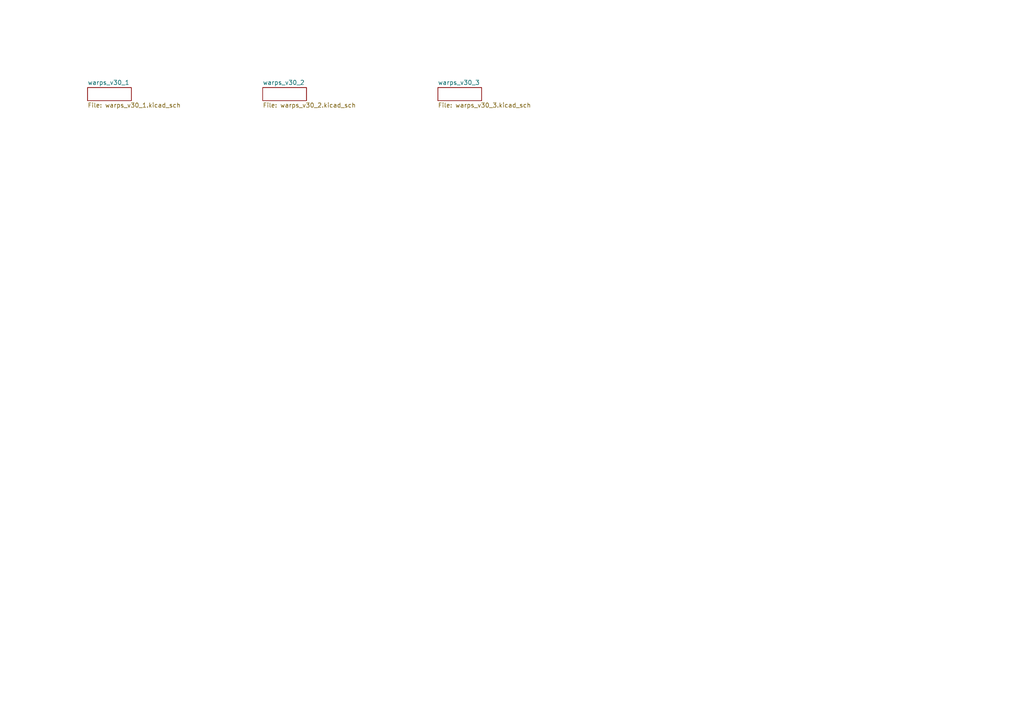
<source format=kicad_sch>
(kicad_sch (version 20211123) (generator eeschema)
  (paper "A4")
  (lib_symbols)
  (sheet (at 127 25.4) (size 12.7 3.81)
    (property "Sheet name" "warps_v30_3" (at 127 24.6884 0) (effects (justify left bottom)))
    (property "Sheet file" "warps_v30_3.kicad_sch" (at 127 29.7946 0) (effects (justify left top)))
  )
  (sheet (at 25.4 25.4) (size 12.7 3.81)
    (property "Sheet name" "warps_v30_1" (at 25.4 24.6884 0) (effects (justify left bottom)))
    (property "Sheet file" "warps_v30_1.kicad_sch" (at 25.4 29.7946 0) (effects (justify left top)))
  )
  (sheet (at 76.2 25.4) (size 12.7 3.81)
    (property "Sheet name" "warps_v30_2" (at 76.2 24.6884 0) (effects (justify left bottom)))
    (property "Sheet file" "warps_v30_2.kicad_sch" (at 76.2 29.7946 0) (effects (justify left top)))
  )
)
</source>
